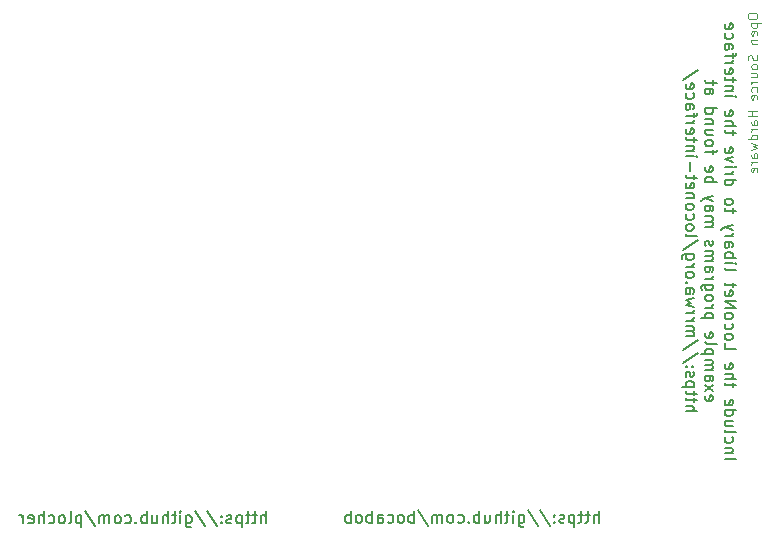
<source format=gbo>
%TF.GenerationSoftware,KiCad,Pcbnew,(5.1.9)-1*%
%TF.CreationDate,2021-12-11T18:31:37-05:00*%
%TF.ProjectId,LN-Stepper_v1_2,4c4e2d53-7465-4707-9065-725f76315f32,rev?*%
%TF.SameCoordinates,Original*%
%TF.FileFunction,Legend,Bot*%
%TF.FilePolarity,Positive*%
%FSLAX46Y46*%
G04 Gerber Fmt 4.6, Leading zero omitted, Abs format (unit mm)*
G04 Created by KiCad (PCBNEW (5.1.9)-1) date 2021-12-11 18:31:37*
%MOMM*%
%LPD*%
G01*
G04 APERTURE LIST*
%ADD10C,0.150000*%
%ADD11C,0.080000*%
%ADD12R,1.700000X1.700000*%
%ADD13O,1.700000X1.700000*%
%ADD14O,1.500000X1.050000*%
%ADD15R,1.500000X1.050000*%
%ADD16C,3.200000*%
%ADD17R,3.500000X3.500000*%
%ADD18O,1.050000X1.500000*%
%ADD19R,1.050000X1.500000*%
%ADD20C,3.251200*%
%ADD21C,1.701800*%
%ADD22O,1.600000X1.600000*%
%ADD23C,1.600000*%
%ADD24R,1.600000X1.600000*%
%ADD25C,2.082800*%
%ADD26R,2.400000X1.600000*%
%ADD27O,2.400000X1.600000*%
%ADD28R,1.800000X1.800000*%
%ADD29C,1.800000*%
%ADD30R,1.905000X2.000000*%
%ADD31O,1.905000X2.000000*%
%ADD32R,2.400000X2.400000*%
%ADD33C,2.400000*%
G04 APERTURE END LIST*
D10*
X179284285Y-128802380D02*
X179284285Y-127802380D01*
X178855714Y-128802380D02*
X178855714Y-128278571D01*
X178903333Y-128183333D01*
X178998571Y-128135714D01*
X179141428Y-128135714D01*
X179236666Y-128183333D01*
X179284285Y-128230952D01*
X178522380Y-128135714D02*
X178141428Y-128135714D01*
X178379523Y-127802380D02*
X178379523Y-128659523D01*
X178331904Y-128754761D01*
X178236666Y-128802380D01*
X178141428Y-128802380D01*
X177950952Y-128135714D02*
X177570000Y-128135714D01*
X177808095Y-127802380D02*
X177808095Y-128659523D01*
X177760476Y-128754761D01*
X177665238Y-128802380D01*
X177570000Y-128802380D01*
X177236666Y-128135714D02*
X177236666Y-129135714D01*
X177236666Y-128183333D02*
X177141428Y-128135714D01*
X176950952Y-128135714D01*
X176855714Y-128183333D01*
X176808095Y-128230952D01*
X176760476Y-128326190D01*
X176760476Y-128611904D01*
X176808095Y-128707142D01*
X176855714Y-128754761D01*
X176950952Y-128802380D01*
X177141428Y-128802380D01*
X177236666Y-128754761D01*
X176379523Y-128754761D02*
X176284285Y-128802380D01*
X176093809Y-128802380D01*
X175998571Y-128754761D01*
X175950952Y-128659523D01*
X175950952Y-128611904D01*
X175998571Y-128516666D01*
X176093809Y-128469047D01*
X176236666Y-128469047D01*
X176331904Y-128421428D01*
X176379523Y-128326190D01*
X176379523Y-128278571D01*
X176331904Y-128183333D01*
X176236666Y-128135714D01*
X176093809Y-128135714D01*
X175998571Y-128183333D01*
X175522380Y-128707142D02*
X175474761Y-128754761D01*
X175522380Y-128802380D01*
X175570000Y-128754761D01*
X175522380Y-128707142D01*
X175522380Y-128802380D01*
X175522380Y-128183333D02*
X175474761Y-128230952D01*
X175522380Y-128278571D01*
X175570000Y-128230952D01*
X175522380Y-128183333D01*
X175522380Y-128278571D01*
X174331904Y-127754761D02*
X175189047Y-129040476D01*
X173284285Y-127754761D02*
X174141428Y-129040476D01*
X172522380Y-128135714D02*
X172522380Y-128945238D01*
X172570000Y-129040476D01*
X172617619Y-129088095D01*
X172712857Y-129135714D01*
X172855714Y-129135714D01*
X172950952Y-129088095D01*
X172522380Y-128754761D02*
X172617619Y-128802380D01*
X172808095Y-128802380D01*
X172903333Y-128754761D01*
X172950952Y-128707142D01*
X172998571Y-128611904D01*
X172998571Y-128326190D01*
X172950952Y-128230952D01*
X172903333Y-128183333D01*
X172808095Y-128135714D01*
X172617619Y-128135714D01*
X172522380Y-128183333D01*
X172046190Y-128802380D02*
X172046190Y-128135714D01*
X172046190Y-127802380D02*
X172093809Y-127850000D01*
X172046190Y-127897619D01*
X171998571Y-127850000D01*
X172046190Y-127802380D01*
X172046190Y-127897619D01*
X171712857Y-128135714D02*
X171331904Y-128135714D01*
X171570000Y-127802380D02*
X171570000Y-128659523D01*
X171522380Y-128754761D01*
X171427142Y-128802380D01*
X171331904Y-128802380D01*
X170998571Y-128802380D02*
X170998571Y-127802380D01*
X170570000Y-128802380D02*
X170570000Y-128278571D01*
X170617619Y-128183333D01*
X170712857Y-128135714D01*
X170855714Y-128135714D01*
X170950952Y-128183333D01*
X170998571Y-128230952D01*
X169665238Y-128135714D02*
X169665238Y-128802380D01*
X170093809Y-128135714D02*
X170093809Y-128659523D01*
X170046190Y-128754761D01*
X169950952Y-128802380D01*
X169808095Y-128802380D01*
X169712857Y-128754761D01*
X169665238Y-128707142D01*
X169189047Y-128802380D02*
X169189047Y-127802380D01*
X169189047Y-128183333D02*
X169093809Y-128135714D01*
X168903333Y-128135714D01*
X168808095Y-128183333D01*
X168760476Y-128230952D01*
X168712857Y-128326190D01*
X168712857Y-128611904D01*
X168760476Y-128707142D01*
X168808095Y-128754761D01*
X168903333Y-128802380D01*
X169093809Y-128802380D01*
X169189047Y-128754761D01*
X168284285Y-128707142D02*
X168236666Y-128754761D01*
X168284285Y-128802380D01*
X168331904Y-128754761D01*
X168284285Y-128707142D01*
X168284285Y-128802380D01*
X167379523Y-128754761D02*
X167474761Y-128802380D01*
X167665238Y-128802380D01*
X167760476Y-128754761D01*
X167808095Y-128707142D01*
X167855714Y-128611904D01*
X167855714Y-128326190D01*
X167808095Y-128230952D01*
X167760476Y-128183333D01*
X167665238Y-128135714D01*
X167474761Y-128135714D01*
X167379523Y-128183333D01*
X166808095Y-128802380D02*
X166903333Y-128754761D01*
X166950952Y-128707142D01*
X166998571Y-128611904D01*
X166998571Y-128326190D01*
X166950952Y-128230952D01*
X166903333Y-128183333D01*
X166808095Y-128135714D01*
X166665238Y-128135714D01*
X166570000Y-128183333D01*
X166522380Y-128230952D01*
X166474761Y-128326190D01*
X166474761Y-128611904D01*
X166522380Y-128707142D01*
X166570000Y-128754761D01*
X166665238Y-128802380D01*
X166808095Y-128802380D01*
X166046190Y-128802380D02*
X166046190Y-128135714D01*
X166046190Y-128230952D02*
X165998571Y-128183333D01*
X165903333Y-128135714D01*
X165760476Y-128135714D01*
X165665238Y-128183333D01*
X165617619Y-128278571D01*
X165617619Y-128802380D01*
X165617619Y-128278571D02*
X165570000Y-128183333D01*
X165474761Y-128135714D01*
X165331904Y-128135714D01*
X165236666Y-128183333D01*
X165189047Y-128278571D01*
X165189047Y-128802380D01*
X163998571Y-127754761D02*
X164855714Y-129040476D01*
X163665238Y-128802380D02*
X163665238Y-127802380D01*
X163665238Y-128183333D02*
X163570000Y-128135714D01*
X163379523Y-128135714D01*
X163284285Y-128183333D01*
X163236666Y-128230952D01*
X163189047Y-128326190D01*
X163189047Y-128611904D01*
X163236666Y-128707142D01*
X163284285Y-128754761D01*
X163379523Y-128802380D01*
X163570000Y-128802380D01*
X163665238Y-128754761D01*
X162617619Y-128802380D02*
X162712857Y-128754761D01*
X162760476Y-128707142D01*
X162808095Y-128611904D01*
X162808095Y-128326190D01*
X162760476Y-128230952D01*
X162712857Y-128183333D01*
X162617619Y-128135714D01*
X162474761Y-128135714D01*
X162379523Y-128183333D01*
X162331904Y-128230952D01*
X162284285Y-128326190D01*
X162284285Y-128611904D01*
X162331904Y-128707142D01*
X162379523Y-128754761D01*
X162474761Y-128802380D01*
X162617619Y-128802380D01*
X161427142Y-128754761D02*
X161522380Y-128802380D01*
X161712857Y-128802380D01*
X161808095Y-128754761D01*
X161855714Y-128707142D01*
X161903333Y-128611904D01*
X161903333Y-128326190D01*
X161855714Y-128230952D01*
X161808095Y-128183333D01*
X161712857Y-128135714D01*
X161522380Y-128135714D01*
X161427142Y-128183333D01*
X160570000Y-128802380D02*
X160570000Y-128278571D01*
X160617619Y-128183333D01*
X160712857Y-128135714D01*
X160903333Y-128135714D01*
X160998571Y-128183333D01*
X160570000Y-128754761D02*
X160665238Y-128802380D01*
X160903333Y-128802380D01*
X160998571Y-128754761D01*
X161046190Y-128659523D01*
X161046190Y-128564285D01*
X160998571Y-128469047D01*
X160903333Y-128421428D01*
X160665238Y-128421428D01*
X160570000Y-128373809D01*
X160093809Y-128802380D02*
X160093809Y-127802380D01*
X160093809Y-128183333D02*
X159998571Y-128135714D01*
X159808095Y-128135714D01*
X159712857Y-128183333D01*
X159665238Y-128230952D01*
X159617619Y-128326190D01*
X159617619Y-128611904D01*
X159665238Y-128707142D01*
X159712857Y-128754761D01*
X159808095Y-128802380D01*
X159998571Y-128802380D01*
X160093809Y-128754761D01*
X159046190Y-128802380D02*
X159141428Y-128754761D01*
X159189047Y-128707142D01*
X159236666Y-128611904D01*
X159236666Y-128326190D01*
X159189047Y-128230952D01*
X159141428Y-128183333D01*
X159046190Y-128135714D01*
X158903333Y-128135714D01*
X158808095Y-128183333D01*
X158760476Y-128230952D01*
X158712857Y-128326190D01*
X158712857Y-128611904D01*
X158760476Y-128707142D01*
X158808095Y-128754761D01*
X158903333Y-128802380D01*
X159046190Y-128802380D01*
X158284285Y-128802380D02*
X158284285Y-127802380D01*
X158284285Y-128183333D02*
X158189047Y-128135714D01*
X157998571Y-128135714D01*
X157903333Y-128183333D01*
X157855714Y-128230952D01*
X157808095Y-128326190D01*
X157808095Y-128611904D01*
X157855714Y-128707142D01*
X157903333Y-128754761D01*
X157998571Y-128802380D01*
X158189047Y-128802380D01*
X158284285Y-128754761D01*
X151107142Y-128842380D02*
X151107142Y-127842380D01*
X150678571Y-128842380D02*
X150678571Y-128318571D01*
X150726190Y-128223333D01*
X150821428Y-128175714D01*
X150964285Y-128175714D01*
X151059523Y-128223333D01*
X151107142Y-128270952D01*
X150345238Y-128175714D02*
X149964285Y-128175714D01*
X150202380Y-127842380D02*
X150202380Y-128699523D01*
X150154761Y-128794761D01*
X150059523Y-128842380D01*
X149964285Y-128842380D01*
X149773809Y-128175714D02*
X149392857Y-128175714D01*
X149630952Y-127842380D02*
X149630952Y-128699523D01*
X149583333Y-128794761D01*
X149488095Y-128842380D01*
X149392857Y-128842380D01*
X149059523Y-128175714D02*
X149059523Y-129175714D01*
X149059523Y-128223333D02*
X148964285Y-128175714D01*
X148773809Y-128175714D01*
X148678571Y-128223333D01*
X148630952Y-128270952D01*
X148583333Y-128366190D01*
X148583333Y-128651904D01*
X148630952Y-128747142D01*
X148678571Y-128794761D01*
X148773809Y-128842380D01*
X148964285Y-128842380D01*
X149059523Y-128794761D01*
X148202380Y-128794761D02*
X148107142Y-128842380D01*
X147916666Y-128842380D01*
X147821428Y-128794761D01*
X147773809Y-128699523D01*
X147773809Y-128651904D01*
X147821428Y-128556666D01*
X147916666Y-128509047D01*
X148059523Y-128509047D01*
X148154761Y-128461428D01*
X148202380Y-128366190D01*
X148202380Y-128318571D01*
X148154761Y-128223333D01*
X148059523Y-128175714D01*
X147916666Y-128175714D01*
X147821428Y-128223333D01*
X147345238Y-128747142D02*
X147297619Y-128794761D01*
X147345238Y-128842380D01*
X147392857Y-128794761D01*
X147345238Y-128747142D01*
X147345238Y-128842380D01*
X147345238Y-128223333D02*
X147297619Y-128270952D01*
X147345238Y-128318571D01*
X147392857Y-128270952D01*
X147345238Y-128223333D01*
X147345238Y-128318571D01*
X146154761Y-127794761D02*
X147011904Y-129080476D01*
X145107142Y-127794761D02*
X145964285Y-129080476D01*
X144345238Y-128175714D02*
X144345238Y-128985238D01*
X144392857Y-129080476D01*
X144440476Y-129128095D01*
X144535714Y-129175714D01*
X144678571Y-129175714D01*
X144773809Y-129128095D01*
X144345238Y-128794761D02*
X144440476Y-128842380D01*
X144630952Y-128842380D01*
X144726190Y-128794761D01*
X144773809Y-128747142D01*
X144821428Y-128651904D01*
X144821428Y-128366190D01*
X144773809Y-128270952D01*
X144726190Y-128223333D01*
X144630952Y-128175714D01*
X144440476Y-128175714D01*
X144345238Y-128223333D01*
X143869047Y-128842380D02*
X143869047Y-128175714D01*
X143869047Y-127842380D02*
X143916666Y-127890000D01*
X143869047Y-127937619D01*
X143821428Y-127890000D01*
X143869047Y-127842380D01*
X143869047Y-127937619D01*
X143535714Y-128175714D02*
X143154761Y-128175714D01*
X143392857Y-127842380D02*
X143392857Y-128699523D01*
X143345238Y-128794761D01*
X143250000Y-128842380D01*
X143154761Y-128842380D01*
X142821428Y-128842380D02*
X142821428Y-127842380D01*
X142392857Y-128842380D02*
X142392857Y-128318571D01*
X142440476Y-128223333D01*
X142535714Y-128175714D01*
X142678571Y-128175714D01*
X142773809Y-128223333D01*
X142821428Y-128270952D01*
X141488095Y-128175714D02*
X141488095Y-128842380D01*
X141916666Y-128175714D02*
X141916666Y-128699523D01*
X141869047Y-128794761D01*
X141773809Y-128842380D01*
X141630952Y-128842380D01*
X141535714Y-128794761D01*
X141488095Y-128747142D01*
X141011904Y-128842380D02*
X141011904Y-127842380D01*
X141011904Y-128223333D02*
X140916666Y-128175714D01*
X140726190Y-128175714D01*
X140630952Y-128223333D01*
X140583333Y-128270952D01*
X140535714Y-128366190D01*
X140535714Y-128651904D01*
X140583333Y-128747142D01*
X140630952Y-128794761D01*
X140726190Y-128842380D01*
X140916666Y-128842380D01*
X141011904Y-128794761D01*
X140107142Y-128747142D02*
X140059523Y-128794761D01*
X140107142Y-128842380D01*
X140154761Y-128794761D01*
X140107142Y-128747142D01*
X140107142Y-128842380D01*
X139202380Y-128794761D02*
X139297619Y-128842380D01*
X139488095Y-128842380D01*
X139583333Y-128794761D01*
X139630952Y-128747142D01*
X139678571Y-128651904D01*
X139678571Y-128366190D01*
X139630952Y-128270952D01*
X139583333Y-128223333D01*
X139488095Y-128175714D01*
X139297619Y-128175714D01*
X139202380Y-128223333D01*
X138630952Y-128842380D02*
X138726190Y-128794761D01*
X138773809Y-128747142D01*
X138821428Y-128651904D01*
X138821428Y-128366190D01*
X138773809Y-128270952D01*
X138726190Y-128223333D01*
X138630952Y-128175714D01*
X138488095Y-128175714D01*
X138392857Y-128223333D01*
X138345238Y-128270952D01*
X138297619Y-128366190D01*
X138297619Y-128651904D01*
X138345238Y-128747142D01*
X138392857Y-128794761D01*
X138488095Y-128842380D01*
X138630952Y-128842380D01*
X137869047Y-128842380D02*
X137869047Y-128175714D01*
X137869047Y-128270952D02*
X137821428Y-128223333D01*
X137726190Y-128175714D01*
X137583333Y-128175714D01*
X137488095Y-128223333D01*
X137440476Y-128318571D01*
X137440476Y-128842380D01*
X137440476Y-128318571D02*
X137392857Y-128223333D01*
X137297619Y-128175714D01*
X137154761Y-128175714D01*
X137059523Y-128223333D01*
X137011904Y-128318571D01*
X137011904Y-128842380D01*
X135821428Y-127794761D02*
X136678571Y-129080476D01*
X135488095Y-128175714D02*
X135488095Y-129175714D01*
X135488095Y-128223333D02*
X135392857Y-128175714D01*
X135202380Y-128175714D01*
X135107142Y-128223333D01*
X135059523Y-128270952D01*
X135011904Y-128366190D01*
X135011904Y-128651904D01*
X135059523Y-128747142D01*
X135107142Y-128794761D01*
X135202380Y-128842380D01*
X135392857Y-128842380D01*
X135488095Y-128794761D01*
X134440476Y-128842380D02*
X134535714Y-128794761D01*
X134583333Y-128699523D01*
X134583333Y-127842380D01*
X133916666Y-128842380D02*
X134011904Y-128794761D01*
X134059523Y-128747142D01*
X134107142Y-128651904D01*
X134107142Y-128366190D01*
X134059523Y-128270952D01*
X134011904Y-128223333D01*
X133916666Y-128175714D01*
X133773809Y-128175714D01*
X133678571Y-128223333D01*
X133630952Y-128270952D01*
X133583333Y-128366190D01*
X133583333Y-128651904D01*
X133630952Y-128747142D01*
X133678571Y-128794761D01*
X133773809Y-128842380D01*
X133916666Y-128842380D01*
X132726190Y-128794761D02*
X132821428Y-128842380D01*
X133011904Y-128842380D01*
X133107142Y-128794761D01*
X133154761Y-128747142D01*
X133202380Y-128651904D01*
X133202380Y-128366190D01*
X133154761Y-128270952D01*
X133107142Y-128223333D01*
X133011904Y-128175714D01*
X132821428Y-128175714D01*
X132726190Y-128223333D01*
X132297619Y-128842380D02*
X132297619Y-127842380D01*
X131869047Y-128842380D02*
X131869047Y-128318571D01*
X131916666Y-128223333D01*
X132011904Y-128175714D01*
X132154761Y-128175714D01*
X132250000Y-128223333D01*
X132297619Y-128270952D01*
X131011904Y-128794761D02*
X131107142Y-128842380D01*
X131297619Y-128842380D01*
X131392857Y-128794761D01*
X131440476Y-128699523D01*
X131440476Y-128318571D01*
X131392857Y-128223333D01*
X131297619Y-128175714D01*
X131107142Y-128175714D01*
X131011904Y-128223333D01*
X130964285Y-128318571D01*
X130964285Y-128413809D01*
X131440476Y-128509047D01*
X130535714Y-128842380D02*
X130535714Y-128175714D01*
X130535714Y-128366190D02*
X130488095Y-128270952D01*
X130440476Y-128223333D01*
X130345238Y-128175714D01*
X130250000Y-128175714D01*
X189957619Y-123364761D02*
X190957619Y-123364761D01*
X190624285Y-122888571D02*
X189957619Y-122888571D01*
X190529047Y-122888571D02*
X190576666Y-122840952D01*
X190624285Y-122745714D01*
X190624285Y-122602857D01*
X190576666Y-122507619D01*
X190481428Y-122460000D01*
X189957619Y-122460000D01*
X190005238Y-121555238D02*
X189957619Y-121650476D01*
X189957619Y-121840952D01*
X190005238Y-121936190D01*
X190052857Y-121983809D01*
X190148095Y-122031428D01*
X190433809Y-122031428D01*
X190529047Y-121983809D01*
X190576666Y-121936190D01*
X190624285Y-121840952D01*
X190624285Y-121650476D01*
X190576666Y-121555238D01*
X189957619Y-120983809D02*
X190005238Y-121079047D01*
X190100476Y-121126666D01*
X190957619Y-121126666D01*
X190624285Y-120174285D02*
X189957619Y-120174285D01*
X190624285Y-120602857D02*
X190100476Y-120602857D01*
X190005238Y-120555238D01*
X189957619Y-120460000D01*
X189957619Y-120317142D01*
X190005238Y-120221904D01*
X190052857Y-120174285D01*
X189957619Y-119269523D02*
X190957619Y-119269523D01*
X190005238Y-119269523D02*
X189957619Y-119364761D01*
X189957619Y-119555238D01*
X190005238Y-119650476D01*
X190052857Y-119698095D01*
X190148095Y-119745714D01*
X190433809Y-119745714D01*
X190529047Y-119698095D01*
X190576666Y-119650476D01*
X190624285Y-119555238D01*
X190624285Y-119364761D01*
X190576666Y-119269523D01*
X190005238Y-118412380D02*
X189957619Y-118507619D01*
X189957619Y-118698095D01*
X190005238Y-118793333D01*
X190100476Y-118840952D01*
X190481428Y-118840952D01*
X190576666Y-118793333D01*
X190624285Y-118698095D01*
X190624285Y-118507619D01*
X190576666Y-118412380D01*
X190481428Y-118364761D01*
X190386190Y-118364761D01*
X190290952Y-118840952D01*
X190624285Y-117317142D02*
X190624285Y-116936190D01*
X190957619Y-117174285D02*
X190100476Y-117174285D01*
X190005238Y-117126666D01*
X189957619Y-117031428D01*
X189957619Y-116936190D01*
X189957619Y-116602857D02*
X190957619Y-116602857D01*
X189957619Y-116174285D02*
X190481428Y-116174285D01*
X190576666Y-116221904D01*
X190624285Y-116317142D01*
X190624285Y-116460000D01*
X190576666Y-116555238D01*
X190529047Y-116602857D01*
X190005238Y-115317142D02*
X189957619Y-115412380D01*
X189957619Y-115602857D01*
X190005238Y-115698095D01*
X190100476Y-115745714D01*
X190481428Y-115745714D01*
X190576666Y-115698095D01*
X190624285Y-115602857D01*
X190624285Y-115412380D01*
X190576666Y-115317142D01*
X190481428Y-115269523D01*
X190386190Y-115269523D01*
X190290952Y-115745714D01*
X189957619Y-113602857D02*
X189957619Y-114079047D01*
X190957619Y-114079047D01*
X189957619Y-113126666D02*
X190005238Y-113221904D01*
X190052857Y-113269523D01*
X190148095Y-113317142D01*
X190433809Y-113317142D01*
X190529047Y-113269523D01*
X190576666Y-113221904D01*
X190624285Y-113126666D01*
X190624285Y-112983809D01*
X190576666Y-112888571D01*
X190529047Y-112840952D01*
X190433809Y-112793333D01*
X190148095Y-112793333D01*
X190052857Y-112840952D01*
X190005238Y-112888571D01*
X189957619Y-112983809D01*
X189957619Y-113126666D01*
X190005238Y-111936190D02*
X189957619Y-112031428D01*
X189957619Y-112221904D01*
X190005238Y-112317142D01*
X190052857Y-112364761D01*
X190148095Y-112412380D01*
X190433809Y-112412380D01*
X190529047Y-112364761D01*
X190576666Y-112317142D01*
X190624285Y-112221904D01*
X190624285Y-112031428D01*
X190576666Y-111936190D01*
X189957619Y-111364761D02*
X190005238Y-111460000D01*
X190052857Y-111507619D01*
X190148095Y-111555238D01*
X190433809Y-111555238D01*
X190529047Y-111507619D01*
X190576666Y-111460000D01*
X190624285Y-111364761D01*
X190624285Y-111221904D01*
X190576666Y-111126666D01*
X190529047Y-111079047D01*
X190433809Y-111031428D01*
X190148095Y-111031428D01*
X190052857Y-111079047D01*
X190005238Y-111126666D01*
X189957619Y-111221904D01*
X189957619Y-111364761D01*
X189957619Y-110602857D02*
X190957619Y-110602857D01*
X189957619Y-110031428D01*
X190957619Y-110031428D01*
X190005238Y-109174285D02*
X189957619Y-109269523D01*
X189957619Y-109460000D01*
X190005238Y-109555238D01*
X190100476Y-109602857D01*
X190481428Y-109602857D01*
X190576666Y-109555238D01*
X190624285Y-109460000D01*
X190624285Y-109269523D01*
X190576666Y-109174285D01*
X190481428Y-109126666D01*
X190386190Y-109126666D01*
X190290952Y-109602857D01*
X190624285Y-108840952D02*
X190624285Y-108460000D01*
X190957619Y-108698095D02*
X190100476Y-108698095D01*
X190005238Y-108650476D01*
X189957619Y-108555238D01*
X189957619Y-108460000D01*
X189957619Y-107221904D02*
X190005238Y-107317142D01*
X190100476Y-107364761D01*
X190957619Y-107364761D01*
X189957619Y-106840952D02*
X190624285Y-106840952D01*
X190957619Y-106840952D02*
X190910000Y-106888571D01*
X190862380Y-106840952D01*
X190910000Y-106793333D01*
X190957619Y-106840952D01*
X190862380Y-106840952D01*
X189957619Y-106364761D02*
X190957619Y-106364761D01*
X190576666Y-106364761D02*
X190624285Y-106269523D01*
X190624285Y-106079047D01*
X190576666Y-105983809D01*
X190529047Y-105936190D01*
X190433809Y-105888571D01*
X190148095Y-105888571D01*
X190052857Y-105936190D01*
X190005238Y-105983809D01*
X189957619Y-106079047D01*
X189957619Y-106269523D01*
X190005238Y-106364761D01*
X189957619Y-105031428D02*
X190481428Y-105031428D01*
X190576666Y-105079047D01*
X190624285Y-105174285D01*
X190624285Y-105364761D01*
X190576666Y-105460000D01*
X190005238Y-105031428D02*
X189957619Y-105126666D01*
X189957619Y-105364761D01*
X190005238Y-105460000D01*
X190100476Y-105507619D01*
X190195714Y-105507619D01*
X190290952Y-105460000D01*
X190338571Y-105364761D01*
X190338571Y-105126666D01*
X190386190Y-105031428D01*
X189957619Y-104555238D02*
X190624285Y-104555238D01*
X190433809Y-104555238D02*
X190529047Y-104507619D01*
X190576666Y-104460000D01*
X190624285Y-104364761D01*
X190624285Y-104269523D01*
X190624285Y-104031428D02*
X189957619Y-103793333D01*
X190624285Y-103555238D02*
X189957619Y-103793333D01*
X189719523Y-103888571D01*
X189671904Y-103936190D01*
X189624285Y-104031428D01*
X190624285Y-102555238D02*
X190624285Y-102174285D01*
X190957619Y-102412380D02*
X190100476Y-102412380D01*
X190005238Y-102364761D01*
X189957619Y-102269523D01*
X189957619Y-102174285D01*
X189957619Y-101698095D02*
X190005238Y-101793333D01*
X190052857Y-101840952D01*
X190148095Y-101888571D01*
X190433809Y-101888571D01*
X190529047Y-101840952D01*
X190576666Y-101793333D01*
X190624285Y-101698095D01*
X190624285Y-101555238D01*
X190576666Y-101460000D01*
X190529047Y-101412380D01*
X190433809Y-101364761D01*
X190148095Y-101364761D01*
X190052857Y-101412380D01*
X190005238Y-101460000D01*
X189957619Y-101555238D01*
X189957619Y-101698095D01*
X189957619Y-99745714D02*
X190957619Y-99745714D01*
X190005238Y-99745714D02*
X189957619Y-99840952D01*
X189957619Y-100031428D01*
X190005238Y-100126666D01*
X190052857Y-100174285D01*
X190148095Y-100221904D01*
X190433809Y-100221904D01*
X190529047Y-100174285D01*
X190576666Y-100126666D01*
X190624285Y-100031428D01*
X190624285Y-99840952D01*
X190576666Y-99745714D01*
X189957619Y-99269523D02*
X190624285Y-99269523D01*
X190433809Y-99269523D02*
X190529047Y-99221904D01*
X190576666Y-99174285D01*
X190624285Y-99079047D01*
X190624285Y-98983809D01*
X189957619Y-98650476D02*
X190624285Y-98650476D01*
X190957619Y-98650476D02*
X190910000Y-98698095D01*
X190862380Y-98650476D01*
X190910000Y-98602857D01*
X190957619Y-98650476D01*
X190862380Y-98650476D01*
X190624285Y-98269523D02*
X189957619Y-98031428D01*
X190624285Y-97793333D01*
X190005238Y-97031428D02*
X189957619Y-97126666D01*
X189957619Y-97317142D01*
X190005238Y-97412380D01*
X190100476Y-97460000D01*
X190481428Y-97460000D01*
X190576666Y-97412380D01*
X190624285Y-97317142D01*
X190624285Y-97126666D01*
X190576666Y-97031428D01*
X190481428Y-96983809D01*
X190386190Y-96983809D01*
X190290952Y-97460000D01*
X190624285Y-95936190D02*
X190624285Y-95555238D01*
X190957619Y-95793333D02*
X190100476Y-95793333D01*
X190005238Y-95745714D01*
X189957619Y-95650476D01*
X189957619Y-95555238D01*
X189957619Y-95221904D02*
X190957619Y-95221904D01*
X189957619Y-94793333D02*
X190481428Y-94793333D01*
X190576666Y-94840952D01*
X190624285Y-94936190D01*
X190624285Y-95079047D01*
X190576666Y-95174285D01*
X190529047Y-95221904D01*
X190005238Y-93936190D02*
X189957619Y-94031428D01*
X189957619Y-94221904D01*
X190005238Y-94317142D01*
X190100476Y-94364761D01*
X190481428Y-94364761D01*
X190576666Y-94317142D01*
X190624285Y-94221904D01*
X190624285Y-94031428D01*
X190576666Y-93936190D01*
X190481428Y-93888571D01*
X190386190Y-93888571D01*
X190290952Y-94364761D01*
X189957619Y-92698095D02*
X190624285Y-92698095D01*
X190957619Y-92698095D02*
X190910000Y-92745714D01*
X190862380Y-92698095D01*
X190910000Y-92650476D01*
X190957619Y-92698095D01*
X190862380Y-92698095D01*
X190624285Y-92221904D02*
X189957619Y-92221904D01*
X190529047Y-92221904D02*
X190576666Y-92174285D01*
X190624285Y-92079047D01*
X190624285Y-91936190D01*
X190576666Y-91840952D01*
X190481428Y-91793333D01*
X189957619Y-91793333D01*
X190624285Y-91460000D02*
X190624285Y-91079047D01*
X190957619Y-91317142D02*
X190100476Y-91317142D01*
X190005238Y-91269523D01*
X189957619Y-91174285D01*
X189957619Y-91079047D01*
X190005238Y-90364761D02*
X189957619Y-90460000D01*
X189957619Y-90650476D01*
X190005238Y-90745714D01*
X190100476Y-90793333D01*
X190481428Y-90793333D01*
X190576666Y-90745714D01*
X190624285Y-90650476D01*
X190624285Y-90460000D01*
X190576666Y-90364761D01*
X190481428Y-90317142D01*
X190386190Y-90317142D01*
X190290952Y-90793333D01*
X189957619Y-89888571D02*
X190624285Y-89888571D01*
X190433809Y-89888571D02*
X190529047Y-89840952D01*
X190576666Y-89793333D01*
X190624285Y-89698095D01*
X190624285Y-89602857D01*
X190624285Y-89412380D02*
X190624285Y-89031428D01*
X189957619Y-89269523D02*
X190814761Y-89269523D01*
X190910000Y-89221904D01*
X190957619Y-89126666D01*
X190957619Y-89031428D01*
X189957619Y-88269523D02*
X190481428Y-88269523D01*
X190576666Y-88317142D01*
X190624285Y-88412380D01*
X190624285Y-88602857D01*
X190576666Y-88698095D01*
X190005238Y-88269523D02*
X189957619Y-88364761D01*
X189957619Y-88602857D01*
X190005238Y-88698095D01*
X190100476Y-88745714D01*
X190195714Y-88745714D01*
X190290952Y-88698095D01*
X190338571Y-88602857D01*
X190338571Y-88364761D01*
X190386190Y-88269523D01*
X190005238Y-87364761D02*
X189957619Y-87460000D01*
X189957619Y-87650476D01*
X190005238Y-87745714D01*
X190052857Y-87793333D01*
X190148095Y-87840952D01*
X190433809Y-87840952D01*
X190529047Y-87793333D01*
X190576666Y-87745714D01*
X190624285Y-87650476D01*
X190624285Y-87460000D01*
X190576666Y-87364761D01*
X190005238Y-86555238D02*
X189957619Y-86650476D01*
X189957619Y-86840952D01*
X190005238Y-86936190D01*
X190100476Y-86983809D01*
X190481428Y-86983809D01*
X190576666Y-86936190D01*
X190624285Y-86840952D01*
X190624285Y-86650476D01*
X190576666Y-86555238D01*
X190481428Y-86507619D01*
X190386190Y-86507619D01*
X190290952Y-86983809D01*
X188355238Y-118055238D02*
X188307619Y-118150476D01*
X188307619Y-118340952D01*
X188355238Y-118436190D01*
X188450476Y-118483809D01*
X188831428Y-118483809D01*
X188926666Y-118436190D01*
X188974285Y-118340952D01*
X188974285Y-118150476D01*
X188926666Y-118055238D01*
X188831428Y-118007619D01*
X188736190Y-118007619D01*
X188640952Y-118483809D01*
X188307619Y-117674285D02*
X188974285Y-117150476D01*
X188974285Y-117674285D02*
X188307619Y-117150476D01*
X188307619Y-116340952D02*
X188831428Y-116340952D01*
X188926666Y-116388571D01*
X188974285Y-116483809D01*
X188974285Y-116674285D01*
X188926666Y-116769523D01*
X188355238Y-116340952D02*
X188307619Y-116436190D01*
X188307619Y-116674285D01*
X188355238Y-116769523D01*
X188450476Y-116817142D01*
X188545714Y-116817142D01*
X188640952Y-116769523D01*
X188688571Y-116674285D01*
X188688571Y-116436190D01*
X188736190Y-116340952D01*
X188307619Y-115864761D02*
X188974285Y-115864761D01*
X188879047Y-115864761D02*
X188926666Y-115817142D01*
X188974285Y-115721904D01*
X188974285Y-115579047D01*
X188926666Y-115483809D01*
X188831428Y-115436190D01*
X188307619Y-115436190D01*
X188831428Y-115436190D02*
X188926666Y-115388571D01*
X188974285Y-115293333D01*
X188974285Y-115150476D01*
X188926666Y-115055238D01*
X188831428Y-115007619D01*
X188307619Y-115007619D01*
X188974285Y-114531428D02*
X187974285Y-114531428D01*
X188926666Y-114531428D02*
X188974285Y-114436190D01*
X188974285Y-114245714D01*
X188926666Y-114150476D01*
X188879047Y-114102857D01*
X188783809Y-114055238D01*
X188498095Y-114055238D01*
X188402857Y-114102857D01*
X188355238Y-114150476D01*
X188307619Y-114245714D01*
X188307619Y-114436190D01*
X188355238Y-114531428D01*
X188307619Y-113483809D02*
X188355238Y-113579047D01*
X188450476Y-113626666D01*
X189307619Y-113626666D01*
X188355238Y-112721904D02*
X188307619Y-112817142D01*
X188307619Y-113007619D01*
X188355238Y-113102857D01*
X188450476Y-113150476D01*
X188831428Y-113150476D01*
X188926666Y-113102857D01*
X188974285Y-113007619D01*
X188974285Y-112817142D01*
X188926666Y-112721904D01*
X188831428Y-112674285D01*
X188736190Y-112674285D01*
X188640952Y-113150476D01*
X188974285Y-111483809D02*
X187974285Y-111483809D01*
X188926666Y-111483809D02*
X188974285Y-111388571D01*
X188974285Y-111198095D01*
X188926666Y-111102857D01*
X188879047Y-111055238D01*
X188783809Y-111007619D01*
X188498095Y-111007619D01*
X188402857Y-111055238D01*
X188355238Y-111102857D01*
X188307619Y-111198095D01*
X188307619Y-111388571D01*
X188355238Y-111483809D01*
X188307619Y-110579047D02*
X188974285Y-110579047D01*
X188783809Y-110579047D02*
X188879047Y-110531428D01*
X188926666Y-110483809D01*
X188974285Y-110388571D01*
X188974285Y-110293333D01*
X188307619Y-109817142D02*
X188355238Y-109912380D01*
X188402857Y-109960000D01*
X188498095Y-110007619D01*
X188783809Y-110007619D01*
X188879047Y-109960000D01*
X188926666Y-109912380D01*
X188974285Y-109817142D01*
X188974285Y-109674285D01*
X188926666Y-109579047D01*
X188879047Y-109531428D01*
X188783809Y-109483809D01*
X188498095Y-109483809D01*
X188402857Y-109531428D01*
X188355238Y-109579047D01*
X188307619Y-109674285D01*
X188307619Y-109817142D01*
X188974285Y-108626666D02*
X188164761Y-108626666D01*
X188069523Y-108674285D01*
X188021904Y-108721904D01*
X187974285Y-108817142D01*
X187974285Y-108960000D01*
X188021904Y-109055238D01*
X188355238Y-108626666D02*
X188307619Y-108721904D01*
X188307619Y-108912380D01*
X188355238Y-109007619D01*
X188402857Y-109055238D01*
X188498095Y-109102857D01*
X188783809Y-109102857D01*
X188879047Y-109055238D01*
X188926666Y-109007619D01*
X188974285Y-108912380D01*
X188974285Y-108721904D01*
X188926666Y-108626666D01*
X188307619Y-108150476D02*
X188974285Y-108150476D01*
X188783809Y-108150476D02*
X188879047Y-108102857D01*
X188926666Y-108055238D01*
X188974285Y-107960000D01*
X188974285Y-107864761D01*
X188307619Y-107102857D02*
X188831428Y-107102857D01*
X188926666Y-107150476D01*
X188974285Y-107245714D01*
X188974285Y-107436190D01*
X188926666Y-107531428D01*
X188355238Y-107102857D02*
X188307619Y-107198095D01*
X188307619Y-107436190D01*
X188355238Y-107531428D01*
X188450476Y-107579047D01*
X188545714Y-107579047D01*
X188640952Y-107531428D01*
X188688571Y-107436190D01*
X188688571Y-107198095D01*
X188736190Y-107102857D01*
X188307619Y-106626666D02*
X188974285Y-106626666D01*
X188879047Y-106626666D02*
X188926666Y-106579047D01*
X188974285Y-106483809D01*
X188974285Y-106340952D01*
X188926666Y-106245714D01*
X188831428Y-106198095D01*
X188307619Y-106198095D01*
X188831428Y-106198095D02*
X188926666Y-106150476D01*
X188974285Y-106055238D01*
X188974285Y-105912380D01*
X188926666Y-105817142D01*
X188831428Y-105769523D01*
X188307619Y-105769523D01*
X188355238Y-105340952D02*
X188307619Y-105245714D01*
X188307619Y-105055238D01*
X188355238Y-104960000D01*
X188450476Y-104912380D01*
X188498095Y-104912380D01*
X188593333Y-104960000D01*
X188640952Y-105055238D01*
X188640952Y-105198095D01*
X188688571Y-105293333D01*
X188783809Y-105340952D01*
X188831428Y-105340952D01*
X188926666Y-105293333D01*
X188974285Y-105198095D01*
X188974285Y-105055238D01*
X188926666Y-104960000D01*
X188307619Y-103721904D02*
X188974285Y-103721904D01*
X188879047Y-103721904D02*
X188926666Y-103674285D01*
X188974285Y-103579047D01*
X188974285Y-103436190D01*
X188926666Y-103340952D01*
X188831428Y-103293333D01*
X188307619Y-103293333D01*
X188831428Y-103293333D02*
X188926666Y-103245714D01*
X188974285Y-103150476D01*
X188974285Y-103007619D01*
X188926666Y-102912380D01*
X188831428Y-102864761D01*
X188307619Y-102864761D01*
X188307619Y-101960000D02*
X188831428Y-101960000D01*
X188926666Y-102007619D01*
X188974285Y-102102857D01*
X188974285Y-102293333D01*
X188926666Y-102388571D01*
X188355238Y-101960000D02*
X188307619Y-102055238D01*
X188307619Y-102293333D01*
X188355238Y-102388571D01*
X188450476Y-102436190D01*
X188545714Y-102436190D01*
X188640952Y-102388571D01*
X188688571Y-102293333D01*
X188688571Y-102055238D01*
X188736190Y-101960000D01*
X188974285Y-101579047D02*
X188307619Y-101340952D01*
X188974285Y-101102857D02*
X188307619Y-101340952D01*
X188069523Y-101436190D01*
X188021904Y-101483809D01*
X187974285Y-101579047D01*
X188307619Y-99960000D02*
X189307619Y-99960000D01*
X188926666Y-99960000D02*
X188974285Y-99864761D01*
X188974285Y-99674285D01*
X188926666Y-99579047D01*
X188879047Y-99531428D01*
X188783809Y-99483809D01*
X188498095Y-99483809D01*
X188402857Y-99531428D01*
X188355238Y-99579047D01*
X188307619Y-99674285D01*
X188307619Y-99864761D01*
X188355238Y-99960000D01*
X188355238Y-98674285D02*
X188307619Y-98769523D01*
X188307619Y-98960000D01*
X188355238Y-99055238D01*
X188450476Y-99102857D01*
X188831428Y-99102857D01*
X188926666Y-99055238D01*
X188974285Y-98960000D01*
X188974285Y-98769523D01*
X188926666Y-98674285D01*
X188831428Y-98626666D01*
X188736190Y-98626666D01*
X188640952Y-99102857D01*
X188974285Y-97579047D02*
X188974285Y-97198095D01*
X188307619Y-97436190D02*
X189164761Y-97436190D01*
X189260000Y-97388571D01*
X189307619Y-97293333D01*
X189307619Y-97198095D01*
X188307619Y-96721904D02*
X188355238Y-96817142D01*
X188402857Y-96864761D01*
X188498095Y-96912380D01*
X188783809Y-96912380D01*
X188879047Y-96864761D01*
X188926666Y-96817142D01*
X188974285Y-96721904D01*
X188974285Y-96579047D01*
X188926666Y-96483809D01*
X188879047Y-96436190D01*
X188783809Y-96388571D01*
X188498095Y-96388571D01*
X188402857Y-96436190D01*
X188355238Y-96483809D01*
X188307619Y-96579047D01*
X188307619Y-96721904D01*
X188974285Y-95531428D02*
X188307619Y-95531428D01*
X188974285Y-95960000D02*
X188450476Y-95960000D01*
X188355238Y-95912380D01*
X188307619Y-95817142D01*
X188307619Y-95674285D01*
X188355238Y-95579047D01*
X188402857Y-95531428D01*
X188974285Y-95055238D02*
X188307619Y-95055238D01*
X188879047Y-95055238D02*
X188926666Y-95007619D01*
X188974285Y-94912380D01*
X188974285Y-94769523D01*
X188926666Y-94674285D01*
X188831428Y-94626666D01*
X188307619Y-94626666D01*
X188307619Y-93721904D02*
X189307619Y-93721904D01*
X188355238Y-93721904D02*
X188307619Y-93817142D01*
X188307619Y-94007619D01*
X188355238Y-94102857D01*
X188402857Y-94150476D01*
X188498095Y-94198095D01*
X188783809Y-94198095D01*
X188879047Y-94150476D01*
X188926666Y-94102857D01*
X188974285Y-94007619D01*
X188974285Y-93817142D01*
X188926666Y-93721904D01*
X188307619Y-92055238D02*
X188831428Y-92055238D01*
X188926666Y-92102857D01*
X188974285Y-92198095D01*
X188974285Y-92388571D01*
X188926666Y-92483809D01*
X188355238Y-92055238D02*
X188307619Y-92150476D01*
X188307619Y-92388571D01*
X188355238Y-92483809D01*
X188450476Y-92531428D01*
X188545714Y-92531428D01*
X188640952Y-92483809D01*
X188688571Y-92388571D01*
X188688571Y-92150476D01*
X188736190Y-92055238D01*
X188974285Y-91721904D02*
X188974285Y-91340952D01*
X189307619Y-91579047D02*
X188450476Y-91579047D01*
X188355238Y-91531428D01*
X188307619Y-91436190D01*
X188307619Y-91340952D01*
X186657619Y-119340952D02*
X187657619Y-119340952D01*
X186657619Y-118912380D02*
X187181428Y-118912380D01*
X187276666Y-118960000D01*
X187324285Y-119055238D01*
X187324285Y-119198095D01*
X187276666Y-119293333D01*
X187229047Y-119340952D01*
X187324285Y-118579047D02*
X187324285Y-118198095D01*
X187657619Y-118436190D02*
X186800476Y-118436190D01*
X186705238Y-118388571D01*
X186657619Y-118293333D01*
X186657619Y-118198095D01*
X187324285Y-118007619D02*
X187324285Y-117626666D01*
X187657619Y-117864761D02*
X186800476Y-117864761D01*
X186705238Y-117817142D01*
X186657619Y-117721904D01*
X186657619Y-117626666D01*
X187324285Y-117293333D02*
X186324285Y-117293333D01*
X187276666Y-117293333D02*
X187324285Y-117198095D01*
X187324285Y-117007619D01*
X187276666Y-116912380D01*
X187229047Y-116864761D01*
X187133809Y-116817142D01*
X186848095Y-116817142D01*
X186752857Y-116864761D01*
X186705238Y-116912380D01*
X186657619Y-117007619D01*
X186657619Y-117198095D01*
X186705238Y-117293333D01*
X186705238Y-116436190D02*
X186657619Y-116340952D01*
X186657619Y-116150476D01*
X186705238Y-116055238D01*
X186800476Y-116007619D01*
X186848095Y-116007619D01*
X186943333Y-116055238D01*
X186990952Y-116150476D01*
X186990952Y-116293333D01*
X187038571Y-116388571D01*
X187133809Y-116436190D01*
X187181428Y-116436190D01*
X187276666Y-116388571D01*
X187324285Y-116293333D01*
X187324285Y-116150476D01*
X187276666Y-116055238D01*
X186752857Y-115579047D02*
X186705238Y-115531428D01*
X186657619Y-115579047D01*
X186705238Y-115626666D01*
X186752857Y-115579047D01*
X186657619Y-115579047D01*
X187276666Y-115579047D02*
X187229047Y-115531428D01*
X187181428Y-115579047D01*
X187229047Y-115626666D01*
X187276666Y-115579047D01*
X187181428Y-115579047D01*
X187705238Y-114388571D02*
X186419523Y-115245714D01*
X187705238Y-113340952D02*
X186419523Y-114198095D01*
X186657619Y-113007619D02*
X187324285Y-113007619D01*
X187229047Y-113007619D02*
X187276666Y-112960000D01*
X187324285Y-112864761D01*
X187324285Y-112721904D01*
X187276666Y-112626666D01*
X187181428Y-112579047D01*
X186657619Y-112579047D01*
X187181428Y-112579047D02*
X187276666Y-112531428D01*
X187324285Y-112436190D01*
X187324285Y-112293333D01*
X187276666Y-112198095D01*
X187181428Y-112150476D01*
X186657619Y-112150476D01*
X186657619Y-111674285D02*
X187324285Y-111674285D01*
X187133809Y-111674285D02*
X187229047Y-111626666D01*
X187276666Y-111579047D01*
X187324285Y-111483809D01*
X187324285Y-111388571D01*
X186657619Y-111055238D02*
X187324285Y-111055238D01*
X187133809Y-111055238D02*
X187229047Y-111007619D01*
X187276666Y-110960000D01*
X187324285Y-110864761D01*
X187324285Y-110769523D01*
X187324285Y-110531428D02*
X186657619Y-110340952D01*
X187133809Y-110150476D01*
X186657619Y-109960000D01*
X187324285Y-109769523D01*
X186657619Y-108960000D02*
X187181428Y-108960000D01*
X187276666Y-109007619D01*
X187324285Y-109102857D01*
X187324285Y-109293333D01*
X187276666Y-109388571D01*
X186705238Y-108960000D02*
X186657619Y-109055238D01*
X186657619Y-109293333D01*
X186705238Y-109388571D01*
X186800476Y-109436190D01*
X186895714Y-109436190D01*
X186990952Y-109388571D01*
X187038571Y-109293333D01*
X187038571Y-109055238D01*
X187086190Y-108960000D01*
X186752857Y-108483809D02*
X186705238Y-108436190D01*
X186657619Y-108483809D01*
X186705238Y-108531428D01*
X186752857Y-108483809D01*
X186657619Y-108483809D01*
X186657619Y-107864761D02*
X186705238Y-107960000D01*
X186752857Y-108007619D01*
X186848095Y-108055238D01*
X187133809Y-108055238D01*
X187229047Y-108007619D01*
X187276666Y-107960000D01*
X187324285Y-107864761D01*
X187324285Y-107721904D01*
X187276666Y-107626666D01*
X187229047Y-107579047D01*
X187133809Y-107531428D01*
X186848095Y-107531428D01*
X186752857Y-107579047D01*
X186705238Y-107626666D01*
X186657619Y-107721904D01*
X186657619Y-107864761D01*
X186657619Y-107102857D02*
X187324285Y-107102857D01*
X187133809Y-107102857D02*
X187229047Y-107055238D01*
X187276666Y-107007619D01*
X187324285Y-106912380D01*
X187324285Y-106817142D01*
X187324285Y-106055238D02*
X186514761Y-106055238D01*
X186419523Y-106102857D01*
X186371904Y-106150476D01*
X186324285Y-106245714D01*
X186324285Y-106388571D01*
X186371904Y-106483809D01*
X186705238Y-106055238D02*
X186657619Y-106150476D01*
X186657619Y-106340952D01*
X186705238Y-106436190D01*
X186752857Y-106483809D01*
X186848095Y-106531428D01*
X187133809Y-106531428D01*
X187229047Y-106483809D01*
X187276666Y-106436190D01*
X187324285Y-106340952D01*
X187324285Y-106150476D01*
X187276666Y-106055238D01*
X187705238Y-104864761D02*
X186419523Y-105721904D01*
X186657619Y-104388571D02*
X186705238Y-104483809D01*
X186800476Y-104531428D01*
X187657619Y-104531428D01*
X186657619Y-103864761D02*
X186705238Y-103960000D01*
X186752857Y-104007619D01*
X186848095Y-104055238D01*
X187133809Y-104055238D01*
X187229047Y-104007619D01*
X187276666Y-103960000D01*
X187324285Y-103864761D01*
X187324285Y-103721904D01*
X187276666Y-103626666D01*
X187229047Y-103579047D01*
X187133809Y-103531428D01*
X186848095Y-103531428D01*
X186752857Y-103579047D01*
X186705238Y-103626666D01*
X186657619Y-103721904D01*
X186657619Y-103864761D01*
X186705238Y-102674285D02*
X186657619Y-102769523D01*
X186657619Y-102960000D01*
X186705238Y-103055238D01*
X186752857Y-103102857D01*
X186848095Y-103150476D01*
X187133809Y-103150476D01*
X187229047Y-103102857D01*
X187276666Y-103055238D01*
X187324285Y-102960000D01*
X187324285Y-102769523D01*
X187276666Y-102674285D01*
X186657619Y-102102857D02*
X186705238Y-102198095D01*
X186752857Y-102245714D01*
X186848095Y-102293333D01*
X187133809Y-102293333D01*
X187229047Y-102245714D01*
X187276666Y-102198095D01*
X187324285Y-102102857D01*
X187324285Y-101960000D01*
X187276666Y-101864761D01*
X187229047Y-101817142D01*
X187133809Y-101769523D01*
X186848095Y-101769523D01*
X186752857Y-101817142D01*
X186705238Y-101864761D01*
X186657619Y-101960000D01*
X186657619Y-102102857D01*
X187324285Y-101340952D02*
X186657619Y-101340952D01*
X187229047Y-101340952D02*
X187276666Y-101293333D01*
X187324285Y-101198095D01*
X187324285Y-101055238D01*
X187276666Y-100960000D01*
X187181428Y-100912380D01*
X186657619Y-100912380D01*
X186705238Y-100055238D02*
X186657619Y-100150476D01*
X186657619Y-100340952D01*
X186705238Y-100436190D01*
X186800476Y-100483809D01*
X187181428Y-100483809D01*
X187276666Y-100436190D01*
X187324285Y-100340952D01*
X187324285Y-100150476D01*
X187276666Y-100055238D01*
X187181428Y-100007619D01*
X187086190Y-100007619D01*
X186990952Y-100483809D01*
X187324285Y-99721904D02*
X187324285Y-99340952D01*
X187657619Y-99579047D02*
X186800476Y-99579047D01*
X186705238Y-99531428D01*
X186657619Y-99436190D01*
X186657619Y-99340952D01*
X187038571Y-99007619D02*
X187038571Y-98245714D01*
X186657619Y-97769523D02*
X187324285Y-97769523D01*
X187657619Y-97769523D02*
X187610000Y-97817142D01*
X187562380Y-97769523D01*
X187610000Y-97721904D01*
X187657619Y-97769523D01*
X187562380Y-97769523D01*
X187324285Y-97293333D02*
X186657619Y-97293333D01*
X187229047Y-97293333D02*
X187276666Y-97245714D01*
X187324285Y-97150476D01*
X187324285Y-97007619D01*
X187276666Y-96912380D01*
X187181428Y-96864761D01*
X186657619Y-96864761D01*
X187324285Y-96531428D02*
X187324285Y-96150476D01*
X187657619Y-96388571D02*
X186800476Y-96388571D01*
X186705238Y-96340952D01*
X186657619Y-96245714D01*
X186657619Y-96150476D01*
X186705238Y-95436190D02*
X186657619Y-95531428D01*
X186657619Y-95721904D01*
X186705238Y-95817142D01*
X186800476Y-95864761D01*
X187181428Y-95864761D01*
X187276666Y-95817142D01*
X187324285Y-95721904D01*
X187324285Y-95531428D01*
X187276666Y-95436190D01*
X187181428Y-95388571D01*
X187086190Y-95388571D01*
X186990952Y-95864761D01*
X186657619Y-94960000D02*
X187324285Y-94960000D01*
X187133809Y-94960000D02*
X187229047Y-94912380D01*
X187276666Y-94864761D01*
X187324285Y-94769523D01*
X187324285Y-94674285D01*
X187324285Y-94483809D02*
X187324285Y-94102857D01*
X186657619Y-94340952D02*
X187514761Y-94340952D01*
X187610000Y-94293333D01*
X187657619Y-94198095D01*
X187657619Y-94102857D01*
X186657619Y-93340952D02*
X187181428Y-93340952D01*
X187276666Y-93388571D01*
X187324285Y-93483809D01*
X187324285Y-93674285D01*
X187276666Y-93769523D01*
X186705238Y-93340952D02*
X186657619Y-93436190D01*
X186657619Y-93674285D01*
X186705238Y-93769523D01*
X186800476Y-93817142D01*
X186895714Y-93817142D01*
X186990952Y-93769523D01*
X187038571Y-93674285D01*
X187038571Y-93436190D01*
X187086190Y-93340952D01*
X186705238Y-92436190D02*
X186657619Y-92531428D01*
X186657619Y-92721904D01*
X186705238Y-92817142D01*
X186752857Y-92864761D01*
X186848095Y-92912380D01*
X187133809Y-92912380D01*
X187229047Y-92864761D01*
X187276666Y-92817142D01*
X187324285Y-92721904D01*
X187324285Y-92531428D01*
X187276666Y-92436190D01*
X186705238Y-91626666D02*
X186657619Y-91721904D01*
X186657619Y-91912380D01*
X186705238Y-92007619D01*
X186800476Y-92055238D01*
X187181428Y-92055238D01*
X187276666Y-92007619D01*
X187324285Y-91912380D01*
X187324285Y-91721904D01*
X187276666Y-91626666D01*
X187181428Y-91579047D01*
X187086190Y-91579047D01*
X186990952Y-92055238D01*
X187705238Y-90436190D02*
X186419523Y-91293333D01*
D11*
X191931904Y-85810380D02*
X191931904Y-85962761D01*
X191970000Y-86038952D01*
X192046190Y-86115142D01*
X192198571Y-86153238D01*
X192465238Y-86153238D01*
X192617619Y-86115142D01*
X192693809Y-86038952D01*
X192731904Y-85962761D01*
X192731904Y-85810380D01*
X192693809Y-85734190D01*
X192617619Y-85658000D01*
X192465238Y-85619904D01*
X192198571Y-85619904D01*
X192046190Y-85658000D01*
X191970000Y-85734190D01*
X191931904Y-85810380D01*
X192198571Y-86496095D02*
X192998571Y-86496095D01*
X192236666Y-86496095D02*
X192198571Y-86572285D01*
X192198571Y-86724666D01*
X192236666Y-86800857D01*
X192274761Y-86838952D01*
X192350952Y-86877047D01*
X192579523Y-86877047D01*
X192655714Y-86838952D01*
X192693809Y-86800857D01*
X192731904Y-86724666D01*
X192731904Y-86572285D01*
X192693809Y-86496095D01*
X192693809Y-87524666D02*
X192731904Y-87448476D01*
X192731904Y-87296095D01*
X192693809Y-87219904D01*
X192617619Y-87181809D01*
X192312857Y-87181809D01*
X192236666Y-87219904D01*
X192198571Y-87296095D01*
X192198571Y-87448476D01*
X192236666Y-87524666D01*
X192312857Y-87562761D01*
X192389047Y-87562761D01*
X192465238Y-87181809D01*
X192198571Y-87905619D02*
X192731904Y-87905619D01*
X192274761Y-87905619D02*
X192236666Y-87943714D01*
X192198571Y-88019904D01*
X192198571Y-88134190D01*
X192236666Y-88210380D01*
X192312857Y-88248476D01*
X192731904Y-88248476D01*
X192693809Y-89200857D02*
X192731904Y-89315142D01*
X192731904Y-89505619D01*
X192693809Y-89581809D01*
X192655714Y-89619904D01*
X192579523Y-89658000D01*
X192503333Y-89658000D01*
X192427142Y-89619904D01*
X192389047Y-89581809D01*
X192350952Y-89505619D01*
X192312857Y-89353238D01*
X192274761Y-89277047D01*
X192236666Y-89238952D01*
X192160476Y-89200857D01*
X192084285Y-89200857D01*
X192008095Y-89238952D01*
X191970000Y-89277047D01*
X191931904Y-89353238D01*
X191931904Y-89543714D01*
X191970000Y-89658000D01*
X192731904Y-90115142D02*
X192693809Y-90038952D01*
X192655714Y-90000857D01*
X192579523Y-89962761D01*
X192350952Y-89962761D01*
X192274761Y-90000857D01*
X192236666Y-90038952D01*
X192198571Y-90115142D01*
X192198571Y-90229428D01*
X192236666Y-90305619D01*
X192274761Y-90343714D01*
X192350952Y-90381809D01*
X192579523Y-90381809D01*
X192655714Y-90343714D01*
X192693809Y-90305619D01*
X192731904Y-90229428D01*
X192731904Y-90115142D01*
X192198571Y-91067523D02*
X192731904Y-91067523D01*
X192198571Y-90724666D02*
X192617619Y-90724666D01*
X192693809Y-90762761D01*
X192731904Y-90838952D01*
X192731904Y-90953238D01*
X192693809Y-91029428D01*
X192655714Y-91067523D01*
X192731904Y-91448476D02*
X192198571Y-91448476D01*
X192350952Y-91448476D02*
X192274761Y-91486571D01*
X192236666Y-91524666D01*
X192198571Y-91600857D01*
X192198571Y-91677047D01*
X192693809Y-92286571D02*
X192731904Y-92210380D01*
X192731904Y-92058000D01*
X192693809Y-91981809D01*
X192655714Y-91943714D01*
X192579523Y-91905619D01*
X192350952Y-91905619D01*
X192274761Y-91943714D01*
X192236666Y-91981809D01*
X192198571Y-92058000D01*
X192198571Y-92210380D01*
X192236666Y-92286571D01*
X192693809Y-92934190D02*
X192731904Y-92858000D01*
X192731904Y-92705619D01*
X192693809Y-92629428D01*
X192617619Y-92591333D01*
X192312857Y-92591333D01*
X192236666Y-92629428D01*
X192198571Y-92705619D01*
X192198571Y-92858000D01*
X192236666Y-92934190D01*
X192312857Y-92972285D01*
X192389047Y-92972285D01*
X192465238Y-92591333D01*
X192731904Y-93924666D02*
X191931904Y-93924666D01*
X192312857Y-93924666D02*
X192312857Y-94381809D01*
X192731904Y-94381809D02*
X191931904Y-94381809D01*
X192731904Y-95105619D02*
X192312857Y-95105619D01*
X192236666Y-95067523D01*
X192198571Y-94991333D01*
X192198571Y-94838952D01*
X192236666Y-94762761D01*
X192693809Y-95105619D02*
X192731904Y-95029428D01*
X192731904Y-94838952D01*
X192693809Y-94762761D01*
X192617619Y-94724666D01*
X192541428Y-94724666D01*
X192465238Y-94762761D01*
X192427142Y-94838952D01*
X192427142Y-95029428D01*
X192389047Y-95105619D01*
X192731904Y-95486571D02*
X192198571Y-95486571D01*
X192350952Y-95486571D02*
X192274761Y-95524666D01*
X192236666Y-95562761D01*
X192198571Y-95638952D01*
X192198571Y-95715142D01*
X192731904Y-96324666D02*
X191931904Y-96324666D01*
X192693809Y-96324666D02*
X192731904Y-96248476D01*
X192731904Y-96096095D01*
X192693809Y-96019904D01*
X192655714Y-95981809D01*
X192579523Y-95943714D01*
X192350952Y-95943714D01*
X192274761Y-95981809D01*
X192236666Y-96019904D01*
X192198571Y-96096095D01*
X192198571Y-96248476D01*
X192236666Y-96324666D01*
X192198571Y-96629428D02*
X192731904Y-96781809D01*
X192350952Y-96934190D01*
X192731904Y-97086571D01*
X192198571Y-97238952D01*
X192731904Y-97886571D02*
X192312857Y-97886571D01*
X192236666Y-97848476D01*
X192198571Y-97772285D01*
X192198571Y-97619904D01*
X192236666Y-97543714D01*
X192693809Y-97886571D02*
X192731904Y-97810380D01*
X192731904Y-97619904D01*
X192693809Y-97543714D01*
X192617619Y-97505619D01*
X192541428Y-97505619D01*
X192465238Y-97543714D01*
X192427142Y-97619904D01*
X192427142Y-97810380D01*
X192389047Y-97886571D01*
X192731904Y-98267523D02*
X192198571Y-98267523D01*
X192350952Y-98267523D02*
X192274761Y-98305619D01*
X192236666Y-98343714D01*
X192198571Y-98419904D01*
X192198571Y-98496095D01*
X192693809Y-99067523D02*
X192731904Y-98991333D01*
X192731904Y-98838952D01*
X192693809Y-98762761D01*
X192617619Y-98724666D01*
X192312857Y-98724666D01*
X192236666Y-98762761D01*
X192198571Y-98838952D01*
X192198571Y-98991333D01*
X192236666Y-99067523D01*
X192312857Y-99105619D01*
X192389047Y-99105619D01*
X192465238Y-98724666D01*
%LPC*%
D12*
X120150000Y-91650000D03*
D13*
X120150000Y-89110000D03*
D14*
X143500000Y-93730000D03*
X143500000Y-92460000D03*
D15*
X143500000Y-95000000D03*
D16*
X191000000Y-129000000D03*
G36*
G01*
X179115000Y-121710000D02*
X177365000Y-121710000D01*
G75*
G02*
X176490000Y-120835000I0J875000D01*
G01*
X176490000Y-119085000D01*
G75*
G02*
X177365000Y-118210000I875000J0D01*
G01*
X179115000Y-118210000D01*
G75*
G02*
X179990000Y-119085000I0J-875000D01*
G01*
X179990000Y-120835000D01*
G75*
G02*
X179115000Y-121710000I-875000J0D01*
G01*
G37*
G36*
G01*
X174540000Y-124460000D02*
X172540000Y-124460000D01*
G75*
G02*
X171790000Y-123710000I0J750000D01*
G01*
X171790000Y-122210000D01*
G75*
G02*
X172540000Y-121460000I750000J0D01*
G01*
X174540000Y-121460000D01*
G75*
G02*
X175290000Y-122210000I0J-750000D01*
G01*
X175290000Y-123710000D01*
G75*
G02*
X174540000Y-124460000I-750000J0D01*
G01*
G37*
D17*
X173540000Y-116960000D03*
D16*
X191000000Y-73000000D03*
X115000000Y-129000000D03*
X115000000Y-73000000D03*
D18*
X166370000Y-112880000D03*
X167640000Y-112880000D03*
D19*
X165100000Y-112880000D03*
D20*
X155111000Y-123843600D03*
X144951000Y-123843600D03*
D21*
X153206000Y-117493600D03*
X146856000Y-114953600D03*
X151936000Y-114953600D03*
X148126000Y-117493600D03*
X149396000Y-114953600D03*
X150666000Y-117493600D03*
D22*
X165460000Y-106000000D03*
D23*
X168000000Y-106000000D03*
D22*
X125980000Y-101740000D03*
X125980000Y-86500000D03*
X161540000Y-101740000D03*
X128520000Y-86500000D03*
X159000000Y-101740000D03*
X131060000Y-86500000D03*
X156460000Y-101740000D03*
X133600000Y-86500000D03*
X153920000Y-101740000D03*
X136140000Y-86500000D03*
X151380000Y-101740000D03*
X138680000Y-86500000D03*
X148840000Y-101740000D03*
X141220000Y-86500000D03*
X146300000Y-101740000D03*
X143760000Y-86500000D03*
X143760000Y-101740000D03*
X146300000Y-86500000D03*
X141220000Y-101740000D03*
X148840000Y-86500000D03*
X138680000Y-101740000D03*
X151380000Y-86500000D03*
X136140000Y-101740000D03*
X153920000Y-86500000D03*
X133600000Y-101740000D03*
X156460000Y-86500000D03*
X131060000Y-101740000D03*
X159000000Y-86500000D03*
X128520000Y-101740000D03*
D24*
X161540000Y-86500000D03*
D20*
X137260000Y-123840000D03*
X127100000Y-123840000D03*
D21*
X135355000Y-117490000D03*
X129005000Y-114950000D03*
X134085000Y-114950000D03*
X130275000Y-117490000D03*
X131545000Y-114950000D03*
X132815000Y-117490000D03*
D25*
X159102200Y-113000000D03*
X161997800Y-113000000D03*
D26*
X163560000Y-97883200D03*
D27*
X155940000Y-90263200D03*
X163560000Y-95343200D03*
X155940000Y-92803200D03*
X163560000Y-92803200D03*
X155940000Y-95343200D03*
X163560000Y-90263200D03*
X155940000Y-97883200D03*
D28*
X120000000Y-114500000D03*
D29*
X122540000Y-114500000D03*
D13*
X125940000Y-109000000D03*
X128480000Y-109000000D03*
X131020000Y-109000000D03*
X133560000Y-109000000D03*
X136100000Y-109000000D03*
X138640000Y-109000000D03*
X141180000Y-109000000D03*
X143720000Y-109000000D03*
X146260000Y-109000000D03*
X148800000Y-109000000D03*
X151340000Y-109000000D03*
X153880000Y-109000000D03*
X156420000Y-109000000D03*
X158960000Y-109000000D03*
D12*
X161500000Y-109000000D03*
D13*
X125940000Y-106500000D03*
X128480000Y-106500000D03*
X131020000Y-106500000D03*
X133560000Y-106500000D03*
X136100000Y-106500000D03*
X138640000Y-106500000D03*
X141180000Y-106500000D03*
X143720000Y-106500000D03*
X146260000Y-106500000D03*
X148800000Y-106500000D03*
X151340000Y-106500000D03*
X153880000Y-106500000D03*
X156420000Y-106500000D03*
X158960000Y-106500000D03*
D12*
X161500000Y-106500000D03*
X161601600Y-81000000D03*
D13*
X159061600Y-81000000D03*
X156521600Y-81000000D03*
X153981600Y-81000000D03*
X151441600Y-81000000D03*
X148901600Y-81000000D03*
X146361600Y-81000000D03*
X143821600Y-81000000D03*
X141281600Y-81000000D03*
X138741600Y-81000000D03*
X136201600Y-81000000D03*
X133661600Y-81000000D03*
X131121600Y-81000000D03*
X128581600Y-81000000D03*
X126041600Y-81000000D03*
D12*
X161601600Y-75988400D03*
D13*
X159061600Y-75988400D03*
X156521600Y-75988400D03*
X153981600Y-75988400D03*
X151441600Y-75988400D03*
X148901600Y-75988400D03*
X146361600Y-75988400D03*
X143821600Y-75988400D03*
X141281600Y-75988400D03*
X138741600Y-75988400D03*
X136201600Y-75988400D03*
X133661600Y-75988400D03*
X131121600Y-75988400D03*
X128581600Y-75988400D03*
X126041600Y-75988400D03*
D12*
X141296000Y-78477600D03*
X133676000Y-78477600D03*
X131136000Y-78500000D03*
X128596000Y-78503000D03*
X143810600Y-78477600D03*
X148916000Y-78500000D03*
D22*
X136000000Y-90380000D03*
D23*
X136000000Y-98000000D03*
X130000000Y-90568000D03*
D22*
X130000000Y-98188000D03*
X148789000Y-90237800D03*
D23*
X148789000Y-97857800D03*
X133000000Y-90500000D03*
D22*
X133000000Y-98120000D03*
D23*
X124000000Y-98270000D03*
D22*
X124000000Y-90650000D03*
D23*
X139000000Y-90466400D03*
D22*
X139000000Y-98086400D03*
X127000000Y-90610000D03*
D23*
X127000000Y-98230000D03*
X122500000Y-102000000D03*
D22*
X122500000Y-109620000D03*
D24*
X186500000Y-76500000D03*
D22*
X168720000Y-89200000D03*
X183960000Y-76500000D03*
X171260000Y-89200000D03*
X181420000Y-76500000D03*
X173800000Y-89200000D03*
X178880000Y-76500000D03*
X176340000Y-89200000D03*
X176340000Y-76500000D03*
X178880000Y-89200000D03*
X173800000Y-76500000D03*
X181420000Y-89200000D03*
X171260000Y-76500000D03*
X183960000Y-89200000D03*
X168720000Y-76500000D03*
X186500000Y-89200000D03*
D24*
X185000000Y-102000000D03*
D23*
X181200000Y-102000000D03*
D24*
X176000000Y-102000000D03*
D23*
X171000000Y-102000000D03*
D12*
X181500000Y-73000000D03*
D13*
X178960000Y-73000000D03*
X176420000Y-73000000D03*
X173880000Y-73000000D03*
D30*
X178800000Y-109140000D03*
D31*
X176260000Y-109140000D03*
X173720000Y-109140000D03*
D32*
X161000000Y-124000000D03*
D33*
X164500000Y-124000000D03*
D12*
X171500000Y-95000000D03*
D13*
X171500000Y-92460000D03*
X174040000Y-95000000D03*
X174040000Y-92460000D03*
X176580000Y-95000000D03*
X176580000Y-92460000D03*
X179120000Y-95000000D03*
X179120000Y-92460000D03*
X181660000Y-95000000D03*
X181660000Y-92460000D03*
D23*
X152390000Y-97780000D03*
D22*
X152390000Y-90160000D03*
D12*
X117310000Y-78290000D03*
D13*
X117310000Y-80830000D03*
X117310000Y-83370000D03*
X117310000Y-85910000D03*
X123170000Y-121410000D03*
X120630000Y-121410000D03*
X118090000Y-121410000D03*
D12*
X115550000Y-121410000D03*
X179980000Y-124360000D03*
D13*
X182520000Y-124360000D03*
X185060000Y-124360000D03*
X187600000Y-124360000D03*
M02*

</source>
